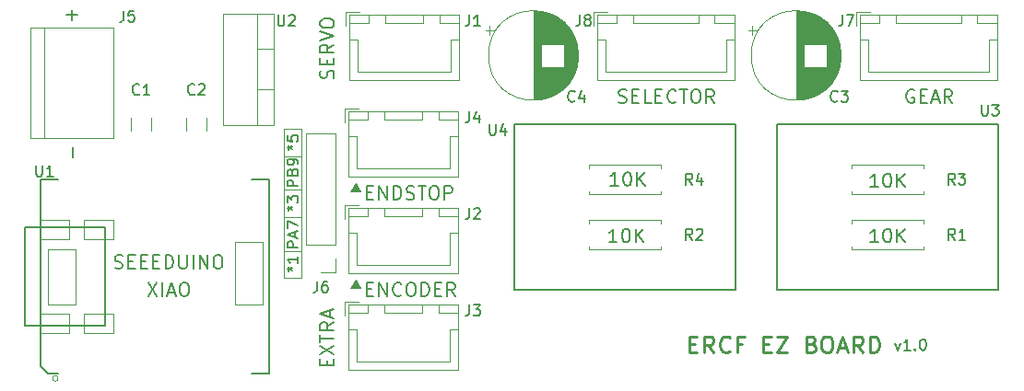
<source format=gto>
G04 #@! TF.GenerationSoftware,KiCad,Pcbnew,(5.1.9)-1*
G04 #@! TF.CreationDate,2021-05-31T21:29:52+02:00*
G04 #@! TF.ProjectId,ercf-ez-board,65726366-2d65-47a2-9d62-6f6172642e6b,rev?*
G04 #@! TF.SameCoordinates,Original*
G04 #@! TF.FileFunction,Legend,Top*
G04 #@! TF.FilePolarity,Positive*
%FSLAX46Y46*%
G04 Gerber Fmt 4.6, Leading zero omitted, Abs format (unit mm)*
G04 Created by KiCad (PCBNEW (5.1.9)-1) date 2021-05-31 21:29:52*
%MOMM*%
%LPD*%
G01*
G04 APERTURE LIST*
%ADD10C,0.200000*%
%ADD11C,0.120000*%
%ADD12C,0.150000*%
%ADD13C,0.100000*%
%ADD14C,0.250000*%
%ADD15C,0.127000*%
%ADD16C,0.066040*%
G04 APERTURE END LIST*
D10*
X81369285Y-122396190D02*
X81369285Y-121443809D01*
X80803809Y-109309285D02*
X81756190Y-109309285D01*
X81280000Y-109785476D02*
X81280000Y-108833095D01*
X131470904Y-125025476D02*
X130756619Y-125025476D01*
X131113761Y-125025476D02*
X131113761Y-123775476D01*
X130994714Y-123954047D01*
X130875666Y-124073095D01*
X130756619Y-124132619D01*
X132244714Y-123775476D02*
X132363761Y-123775476D01*
X132482809Y-123835000D01*
X132542333Y-123894523D01*
X132601857Y-124013571D01*
X132661380Y-124251666D01*
X132661380Y-124549285D01*
X132601857Y-124787380D01*
X132542333Y-124906428D01*
X132482809Y-124965952D01*
X132363761Y-125025476D01*
X132244714Y-125025476D01*
X132125666Y-124965952D01*
X132066142Y-124906428D01*
X132006619Y-124787380D01*
X131947095Y-124549285D01*
X131947095Y-124251666D01*
X132006619Y-124013571D01*
X132066142Y-123894523D01*
X132125666Y-123835000D01*
X132244714Y-123775476D01*
X133197095Y-125025476D02*
X133197095Y-123775476D01*
X133911380Y-125025476D02*
X133375666Y-124311190D01*
X133911380Y-123775476D02*
X133197095Y-124489761D01*
X131343904Y-130232476D02*
X130629619Y-130232476D01*
X130986761Y-130232476D02*
X130986761Y-128982476D01*
X130867714Y-129161047D01*
X130748666Y-129280095D01*
X130629619Y-129339619D01*
X132117714Y-128982476D02*
X132236761Y-128982476D01*
X132355809Y-129042000D01*
X132415333Y-129101523D01*
X132474857Y-129220571D01*
X132534380Y-129458666D01*
X132534380Y-129756285D01*
X132474857Y-129994380D01*
X132415333Y-130113428D01*
X132355809Y-130172952D01*
X132236761Y-130232476D01*
X132117714Y-130232476D01*
X131998666Y-130172952D01*
X131939142Y-130113428D01*
X131879619Y-129994380D01*
X131820095Y-129756285D01*
X131820095Y-129458666D01*
X131879619Y-129220571D01*
X131939142Y-129101523D01*
X131998666Y-129042000D01*
X132117714Y-128982476D01*
X133070095Y-130232476D02*
X133070095Y-128982476D01*
X133784380Y-130232476D02*
X133248666Y-129518190D01*
X133784380Y-128982476D02*
X133070095Y-129696761D01*
X155346904Y-130232476D02*
X154632619Y-130232476D01*
X154989761Y-130232476D02*
X154989761Y-128982476D01*
X154870714Y-129161047D01*
X154751666Y-129280095D01*
X154632619Y-129339619D01*
X156120714Y-128982476D02*
X156239761Y-128982476D01*
X156358809Y-129042000D01*
X156418333Y-129101523D01*
X156477857Y-129220571D01*
X156537380Y-129458666D01*
X156537380Y-129756285D01*
X156477857Y-129994380D01*
X156418333Y-130113428D01*
X156358809Y-130172952D01*
X156239761Y-130232476D01*
X156120714Y-130232476D01*
X156001666Y-130172952D01*
X155942142Y-130113428D01*
X155882619Y-129994380D01*
X155823095Y-129756285D01*
X155823095Y-129458666D01*
X155882619Y-129220571D01*
X155942142Y-129101523D01*
X156001666Y-129042000D01*
X156120714Y-128982476D01*
X157073095Y-130232476D02*
X157073095Y-128982476D01*
X157787380Y-130232476D02*
X157251666Y-129518190D01*
X157787380Y-128982476D02*
X157073095Y-129696761D01*
X155346904Y-125152476D02*
X154632619Y-125152476D01*
X154989761Y-125152476D02*
X154989761Y-123902476D01*
X154870714Y-124081047D01*
X154751666Y-124200095D01*
X154632619Y-124259619D01*
X156120714Y-123902476D02*
X156239761Y-123902476D01*
X156358809Y-123962000D01*
X156418333Y-124021523D01*
X156477857Y-124140571D01*
X156537380Y-124378666D01*
X156537380Y-124676285D01*
X156477857Y-124914380D01*
X156418333Y-125033428D01*
X156358809Y-125092952D01*
X156239761Y-125152476D01*
X156120714Y-125152476D01*
X156001666Y-125092952D01*
X155942142Y-125033428D01*
X155882619Y-124914380D01*
X155823095Y-124676285D01*
X155823095Y-124378666D01*
X155882619Y-124140571D01*
X155942142Y-124021523D01*
X156001666Y-123962000D01*
X156120714Y-123902476D01*
X157073095Y-125152476D02*
X157073095Y-123902476D01*
X157787380Y-125152476D02*
X157251666Y-124438190D01*
X157787380Y-123902476D02*
X157073095Y-124616761D01*
D11*
X102362000Y-122301000D02*
X100711000Y-122301000D01*
X102362000Y-131064000D02*
X100711000Y-131064000D01*
X102362000Y-125349000D02*
X100711000Y-125349000D01*
X102362000Y-133477000D02*
X102362000Y-119761000D01*
X102362000Y-127889000D02*
X100711000Y-127889000D01*
X100711000Y-133477000D02*
X102362000Y-133477000D01*
X100711000Y-119761000D02*
X100711000Y-133477000D01*
X102362000Y-119761000D02*
X100711000Y-119761000D01*
D12*
X102052380Y-130706666D02*
X101052380Y-130706666D01*
X101052380Y-130325714D01*
X101100000Y-130230476D01*
X101147619Y-130182857D01*
X101242857Y-130135238D01*
X101385714Y-130135238D01*
X101480952Y-130182857D01*
X101528571Y-130230476D01*
X101576190Y-130325714D01*
X101576190Y-130706666D01*
X101766666Y-129754285D02*
X101766666Y-129278095D01*
X102052380Y-129849523D02*
X101052380Y-129516190D01*
X102052380Y-129182857D01*
X101052380Y-128944761D02*
X101052380Y-128278095D01*
X102052380Y-128706666D01*
X101052380Y-132683190D02*
X101290476Y-132683190D01*
X101195238Y-132921285D02*
X101290476Y-132683190D01*
X101195238Y-132445095D01*
X101480952Y-132826047D02*
X101290476Y-132683190D01*
X101480952Y-132540333D01*
X102052380Y-131540333D02*
X102052380Y-132111761D01*
X102052380Y-131826047D02*
X101052380Y-131826047D01*
X101195238Y-131921285D01*
X101290476Y-132016523D01*
X101338095Y-132111761D01*
X101052380Y-127095190D02*
X101290476Y-127095190D01*
X101195238Y-127333285D02*
X101290476Y-127095190D01*
X101195238Y-126857095D01*
X101480952Y-127238047D02*
X101290476Y-127095190D01*
X101480952Y-126952333D01*
X101052380Y-126571380D02*
X101052380Y-125952333D01*
X101433333Y-126285666D01*
X101433333Y-126142809D01*
X101480952Y-126047571D01*
X101528571Y-125999952D01*
X101623809Y-125952333D01*
X101861904Y-125952333D01*
X101957142Y-125999952D01*
X102004761Y-126047571D01*
X102052380Y-126142809D01*
X102052380Y-126428523D01*
X102004761Y-126523761D01*
X101957142Y-126571380D01*
X102052380Y-125063095D02*
X101052380Y-125063095D01*
X101052380Y-124682142D01*
X101100000Y-124586904D01*
X101147619Y-124539285D01*
X101242857Y-124491666D01*
X101385714Y-124491666D01*
X101480952Y-124539285D01*
X101528571Y-124586904D01*
X101576190Y-124682142D01*
X101576190Y-125063095D01*
X101528571Y-123729761D02*
X101576190Y-123586904D01*
X101623809Y-123539285D01*
X101719047Y-123491666D01*
X101861904Y-123491666D01*
X101957142Y-123539285D01*
X102004761Y-123586904D01*
X102052380Y-123682142D01*
X102052380Y-124063095D01*
X101052380Y-124063095D01*
X101052380Y-123729761D01*
X101100000Y-123634523D01*
X101147619Y-123586904D01*
X101242857Y-123539285D01*
X101338095Y-123539285D01*
X101433333Y-123586904D01*
X101480952Y-123634523D01*
X101528571Y-123729761D01*
X101528571Y-124063095D01*
X102052380Y-123015476D02*
X102052380Y-122825000D01*
X102004761Y-122729761D01*
X101957142Y-122682142D01*
X101814285Y-122586904D01*
X101623809Y-122539285D01*
X101242857Y-122539285D01*
X101147619Y-122586904D01*
X101100000Y-122634523D01*
X101052380Y-122729761D01*
X101052380Y-122920238D01*
X101100000Y-123015476D01*
X101147619Y-123063095D01*
X101242857Y-123110714D01*
X101480952Y-123110714D01*
X101576190Y-123063095D01*
X101623809Y-123015476D01*
X101671428Y-122920238D01*
X101671428Y-122729761D01*
X101623809Y-122634523D01*
X101576190Y-122586904D01*
X101480952Y-122539285D01*
X101052380Y-121507190D02*
X101290476Y-121507190D01*
X101195238Y-121745285D02*
X101290476Y-121507190D01*
X101195238Y-121269095D01*
X101480952Y-121650047D02*
X101290476Y-121507190D01*
X101480952Y-121364333D01*
X101052380Y-120411952D02*
X101052380Y-120888142D01*
X101528571Y-120935761D01*
X101480952Y-120888142D01*
X101433333Y-120792904D01*
X101433333Y-120554809D01*
X101480952Y-120459571D01*
X101528571Y-120411952D01*
X101623809Y-120364333D01*
X101861904Y-120364333D01*
X101957142Y-120411952D01*
X102004761Y-120459571D01*
X102052380Y-120554809D01*
X102052380Y-120792904D01*
X102004761Y-120888142D01*
X101957142Y-120935761D01*
D10*
X88265238Y-133935476D02*
X89098571Y-135185476D01*
X89098571Y-133935476D02*
X88265238Y-135185476D01*
X89574761Y-135185476D02*
X89574761Y-133935476D01*
X90110476Y-134828333D02*
X90705714Y-134828333D01*
X89991428Y-135185476D02*
X90408095Y-133935476D01*
X90824761Y-135185476D01*
X91479523Y-133935476D02*
X91717619Y-133935476D01*
X91836666Y-133995000D01*
X91955714Y-134114047D01*
X92015238Y-134352142D01*
X92015238Y-134768809D01*
X91955714Y-135006904D01*
X91836666Y-135125952D01*
X91717619Y-135185476D01*
X91479523Y-135185476D01*
X91360476Y-135125952D01*
X91241428Y-135006904D01*
X91181904Y-134768809D01*
X91181904Y-134352142D01*
X91241428Y-134114047D01*
X91360476Y-133995000D01*
X91479523Y-133935476D01*
X85229523Y-132585952D02*
X85408095Y-132645476D01*
X85705714Y-132645476D01*
X85824761Y-132585952D01*
X85884285Y-132526428D01*
X85943809Y-132407380D01*
X85943809Y-132288333D01*
X85884285Y-132169285D01*
X85824761Y-132109761D01*
X85705714Y-132050238D01*
X85467619Y-131990714D01*
X85348571Y-131931190D01*
X85289047Y-131871666D01*
X85229523Y-131752619D01*
X85229523Y-131633571D01*
X85289047Y-131514523D01*
X85348571Y-131455000D01*
X85467619Y-131395476D01*
X85765238Y-131395476D01*
X85943809Y-131455000D01*
X86479523Y-131990714D02*
X86896190Y-131990714D01*
X87074761Y-132645476D02*
X86479523Y-132645476D01*
X86479523Y-131395476D01*
X87074761Y-131395476D01*
X87610476Y-131990714D02*
X88027142Y-131990714D01*
X88205714Y-132645476D02*
X87610476Y-132645476D01*
X87610476Y-131395476D01*
X88205714Y-131395476D01*
X88741428Y-131990714D02*
X89158095Y-131990714D01*
X89336666Y-132645476D02*
X88741428Y-132645476D01*
X88741428Y-131395476D01*
X89336666Y-131395476D01*
X89872380Y-132645476D02*
X89872380Y-131395476D01*
X90170000Y-131395476D01*
X90348571Y-131455000D01*
X90467619Y-131574047D01*
X90527142Y-131693095D01*
X90586666Y-131931190D01*
X90586666Y-132109761D01*
X90527142Y-132347857D01*
X90467619Y-132466904D01*
X90348571Y-132585952D01*
X90170000Y-132645476D01*
X89872380Y-132645476D01*
X91122380Y-131395476D02*
X91122380Y-132407380D01*
X91181904Y-132526428D01*
X91241428Y-132585952D01*
X91360476Y-132645476D01*
X91598571Y-132645476D01*
X91717619Y-132585952D01*
X91777142Y-132526428D01*
X91836666Y-132407380D01*
X91836666Y-131395476D01*
X92431904Y-132645476D02*
X92431904Y-131395476D01*
X93027142Y-132645476D02*
X93027142Y-131395476D01*
X93741428Y-132645476D01*
X93741428Y-131395476D01*
X94574761Y-131395476D02*
X94812857Y-131395476D01*
X94931904Y-131455000D01*
X95050952Y-131574047D01*
X95110476Y-131812142D01*
X95110476Y-132228809D01*
X95050952Y-132466904D01*
X94931904Y-132585952D01*
X94812857Y-132645476D01*
X94574761Y-132645476D01*
X94455714Y-132585952D01*
X94336666Y-132466904D01*
X94277142Y-132228809D01*
X94277142Y-131812142D01*
X94336666Y-131574047D01*
X94455714Y-131455000D01*
X94574761Y-131395476D01*
D13*
X106934047Y-134389761D02*
X106934047Y-134437380D01*
X106981666Y-134294523D02*
X106981666Y-134437380D01*
X107029285Y-134199285D02*
X107029285Y-134437380D01*
X107076904Y-134104047D02*
X107076904Y-134437380D01*
X107124523Y-134056428D02*
X107124523Y-134437380D01*
X107172142Y-133961190D02*
X107172142Y-134437380D01*
X107219761Y-133865952D02*
X107219761Y-134437380D01*
X107267380Y-133770714D02*
X107267380Y-134437380D01*
X107315000Y-133675476D02*
X107315000Y-134437380D01*
X107362619Y-133770714D02*
X107362619Y-134437380D01*
X107410238Y-133865952D02*
X107410238Y-134437380D01*
X107457857Y-133961190D02*
X107457857Y-134437380D01*
X107505476Y-134056428D02*
X107505476Y-134437380D01*
X107553095Y-134104047D02*
X107553095Y-134437380D01*
X107600714Y-134199285D02*
X107600714Y-134437380D01*
X107648333Y-134294523D02*
X107648333Y-134437380D01*
X107695952Y-134437380D02*
X107315000Y-133723095D01*
X106934047Y-134437380D01*
X107695952Y-134389761D02*
X107695952Y-134437380D01*
X107315000Y-133675476D02*
X107743571Y-134437380D01*
X106886428Y-134437380D01*
X107315000Y-133675476D01*
X106934047Y-125499761D02*
X106934047Y-125547380D01*
X106981666Y-125404523D02*
X106981666Y-125547380D01*
X107029285Y-125309285D02*
X107029285Y-125547380D01*
X107076904Y-125214047D02*
X107076904Y-125547380D01*
X107124523Y-125166428D02*
X107124523Y-125547380D01*
X107172142Y-125071190D02*
X107172142Y-125547380D01*
X107219761Y-124975952D02*
X107219761Y-125547380D01*
X107267380Y-124880714D02*
X107267380Y-125547380D01*
X107315000Y-124785476D02*
X107315000Y-125547380D01*
X107362619Y-124880714D02*
X107362619Y-125547380D01*
X107410238Y-124975952D02*
X107410238Y-125547380D01*
X107457857Y-125071190D02*
X107457857Y-125547380D01*
X107505476Y-125166428D02*
X107505476Y-125547380D01*
X107553095Y-125214047D02*
X107553095Y-125547380D01*
X107600714Y-125309285D02*
X107600714Y-125547380D01*
X107648333Y-125404523D02*
X107648333Y-125547380D01*
X107695952Y-125547380D02*
X107315000Y-124833095D01*
X106934047Y-125547380D01*
X107695952Y-125499761D02*
X107695952Y-125547380D01*
X107315000Y-124785476D02*
X107743571Y-125547380D01*
X106886428Y-125547380D01*
X107315000Y-124785476D01*
D10*
X104685714Y-141565000D02*
X104685714Y-141148333D01*
X105340476Y-140969761D02*
X105340476Y-141565000D01*
X104090476Y-141565000D01*
X104090476Y-140969761D01*
X104090476Y-140553095D02*
X105340476Y-139719761D01*
X104090476Y-139719761D02*
X105340476Y-140553095D01*
X104090476Y-139422142D02*
X104090476Y-138707857D01*
X105340476Y-139065000D02*
X104090476Y-139065000D01*
X105340476Y-137576904D02*
X104745238Y-137993571D01*
X105340476Y-138291190D02*
X104090476Y-138291190D01*
X104090476Y-137815000D01*
X104150000Y-137695952D01*
X104209523Y-137636428D01*
X104328571Y-137576904D01*
X104507142Y-137576904D01*
X104626190Y-137636428D01*
X104685714Y-137695952D01*
X104745238Y-137815000D01*
X104745238Y-138291190D01*
X104983333Y-137100714D02*
X104983333Y-136505476D01*
X105340476Y-137219761D02*
X104090476Y-136803095D01*
X105340476Y-136386428D01*
X108377619Y-134530714D02*
X108794285Y-134530714D01*
X108972857Y-135185476D02*
X108377619Y-135185476D01*
X108377619Y-133935476D01*
X108972857Y-133935476D01*
X109508571Y-135185476D02*
X109508571Y-133935476D01*
X110222857Y-135185476D01*
X110222857Y-133935476D01*
X111532380Y-135066428D02*
X111472857Y-135125952D01*
X111294285Y-135185476D01*
X111175238Y-135185476D01*
X110996666Y-135125952D01*
X110877619Y-135006904D01*
X110818095Y-134887857D01*
X110758571Y-134649761D01*
X110758571Y-134471190D01*
X110818095Y-134233095D01*
X110877619Y-134114047D01*
X110996666Y-133995000D01*
X111175238Y-133935476D01*
X111294285Y-133935476D01*
X111472857Y-133995000D01*
X111532380Y-134054523D01*
X112306190Y-133935476D02*
X112544285Y-133935476D01*
X112663333Y-133995000D01*
X112782380Y-134114047D01*
X112841904Y-134352142D01*
X112841904Y-134768809D01*
X112782380Y-135006904D01*
X112663333Y-135125952D01*
X112544285Y-135185476D01*
X112306190Y-135185476D01*
X112187142Y-135125952D01*
X112068095Y-135006904D01*
X112008571Y-134768809D01*
X112008571Y-134352142D01*
X112068095Y-134114047D01*
X112187142Y-133995000D01*
X112306190Y-133935476D01*
X113377619Y-135185476D02*
X113377619Y-133935476D01*
X113675238Y-133935476D01*
X113853809Y-133995000D01*
X113972857Y-134114047D01*
X114032380Y-134233095D01*
X114091904Y-134471190D01*
X114091904Y-134649761D01*
X114032380Y-134887857D01*
X113972857Y-135006904D01*
X113853809Y-135125952D01*
X113675238Y-135185476D01*
X113377619Y-135185476D01*
X114627619Y-134530714D02*
X115044285Y-134530714D01*
X115222857Y-135185476D02*
X114627619Y-135185476D01*
X114627619Y-133935476D01*
X115222857Y-133935476D01*
X116472857Y-135185476D02*
X116056190Y-134590238D01*
X115758571Y-135185476D02*
X115758571Y-133935476D01*
X116234761Y-133935476D01*
X116353809Y-133995000D01*
X116413333Y-134054523D01*
X116472857Y-134173571D01*
X116472857Y-134352142D01*
X116413333Y-134471190D01*
X116353809Y-134530714D01*
X116234761Y-134590238D01*
X115758571Y-134590238D01*
X108377619Y-125640714D02*
X108794285Y-125640714D01*
X108972857Y-126295476D02*
X108377619Y-126295476D01*
X108377619Y-125045476D01*
X108972857Y-125045476D01*
X109508571Y-126295476D02*
X109508571Y-125045476D01*
X110222857Y-126295476D01*
X110222857Y-125045476D01*
X110818095Y-126295476D02*
X110818095Y-125045476D01*
X111115714Y-125045476D01*
X111294285Y-125105000D01*
X111413333Y-125224047D01*
X111472857Y-125343095D01*
X111532380Y-125581190D01*
X111532380Y-125759761D01*
X111472857Y-125997857D01*
X111413333Y-126116904D01*
X111294285Y-126235952D01*
X111115714Y-126295476D01*
X110818095Y-126295476D01*
X112008571Y-126235952D02*
X112187142Y-126295476D01*
X112484761Y-126295476D01*
X112603809Y-126235952D01*
X112663333Y-126176428D01*
X112722857Y-126057380D01*
X112722857Y-125938333D01*
X112663333Y-125819285D01*
X112603809Y-125759761D01*
X112484761Y-125700238D01*
X112246666Y-125640714D01*
X112127619Y-125581190D01*
X112068095Y-125521666D01*
X112008571Y-125402619D01*
X112008571Y-125283571D01*
X112068095Y-125164523D01*
X112127619Y-125105000D01*
X112246666Y-125045476D01*
X112544285Y-125045476D01*
X112722857Y-125105000D01*
X113080000Y-125045476D02*
X113794285Y-125045476D01*
X113437142Y-126295476D02*
X113437142Y-125045476D01*
X114449047Y-125045476D02*
X114687142Y-125045476D01*
X114806190Y-125105000D01*
X114925238Y-125224047D01*
X114984761Y-125462142D01*
X114984761Y-125878809D01*
X114925238Y-126116904D01*
X114806190Y-126235952D01*
X114687142Y-126295476D01*
X114449047Y-126295476D01*
X114330000Y-126235952D01*
X114210952Y-126116904D01*
X114151428Y-125878809D01*
X114151428Y-125462142D01*
X114210952Y-125224047D01*
X114330000Y-125105000D01*
X114449047Y-125045476D01*
X115520476Y-126295476D02*
X115520476Y-125045476D01*
X115996666Y-125045476D01*
X116115714Y-125105000D01*
X116175238Y-125164523D01*
X116234761Y-125283571D01*
X116234761Y-125462142D01*
X116175238Y-125581190D01*
X116115714Y-125640714D01*
X115996666Y-125700238D01*
X115520476Y-125700238D01*
X105280952Y-115133095D02*
X105340476Y-114954523D01*
X105340476Y-114656904D01*
X105280952Y-114537857D01*
X105221428Y-114478333D01*
X105102380Y-114418809D01*
X104983333Y-114418809D01*
X104864285Y-114478333D01*
X104804761Y-114537857D01*
X104745238Y-114656904D01*
X104685714Y-114895000D01*
X104626190Y-115014047D01*
X104566666Y-115073571D01*
X104447619Y-115133095D01*
X104328571Y-115133095D01*
X104209523Y-115073571D01*
X104150000Y-115014047D01*
X104090476Y-114895000D01*
X104090476Y-114597380D01*
X104150000Y-114418809D01*
X104685714Y-113883095D02*
X104685714Y-113466428D01*
X105340476Y-113287857D02*
X105340476Y-113883095D01*
X104090476Y-113883095D01*
X104090476Y-113287857D01*
X105340476Y-112037857D02*
X104745238Y-112454523D01*
X105340476Y-112752142D02*
X104090476Y-112752142D01*
X104090476Y-112275952D01*
X104150000Y-112156904D01*
X104209523Y-112097380D01*
X104328571Y-112037857D01*
X104507142Y-112037857D01*
X104626190Y-112097380D01*
X104685714Y-112156904D01*
X104745238Y-112275952D01*
X104745238Y-112752142D01*
X104090476Y-111680714D02*
X105340476Y-111264047D01*
X104090476Y-110847380D01*
X104090476Y-110192619D02*
X104090476Y-109954523D01*
X104150000Y-109835476D01*
X104269047Y-109716428D01*
X104507142Y-109656904D01*
X104923809Y-109656904D01*
X105161904Y-109716428D01*
X105280952Y-109835476D01*
X105340476Y-109954523D01*
X105340476Y-110192619D01*
X105280952Y-110311666D01*
X105161904Y-110430714D01*
X104923809Y-110490238D01*
X104507142Y-110490238D01*
X104269047Y-110430714D01*
X104150000Y-110311666D01*
X104090476Y-110192619D01*
X131515000Y-117345952D02*
X131693571Y-117405476D01*
X131991190Y-117405476D01*
X132110238Y-117345952D01*
X132169761Y-117286428D01*
X132229285Y-117167380D01*
X132229285Y-117048333D01*
X132169761Y-116929285D01*
X132110238Y-116869761D01*
X131991190Y-116810238D01*
X131753095Y-116750714D01*
X131634047Y-116691190D01*
X131574523Y-116631666D01*
X131515000Y-116512619D01*
X131515000Y-116393571D01*
X131574523Y-116274523D01*
X131634047Y-116215000D01*
X131753095Y-116155476D01*
X132050714Y-116155476D01*
X132229285Y-116215000D01*
X132765000Y-116750714D02*
X133181666Y-116750714D01*
X133360238Y-117405476D02*
X132765000Y-117405476D01*
X132765000Y-116155476D01*
X133360238Y-116155476D01*
X134491190Y-117405476D02*
X133895952Y-117405476D01*
X133895952Y-116155476D01*
X134907857Y-116750714D02*
X135324523Y-116750714D01*
X135503095Y-117405476D02*
X134907857Y-117405476D01*
X134907857Y-116155476D01*
X135503095Y-116155476D01*
X136753095Y-117286428D02*
X136693571Y-117345952D01*
X136515000Y-117405476D01*
X136395952Y-117405476D01*
X136217380Y-117345952D01*
X136098333Y-117226904D01*
X136038809Y-117107857D01*
X135979285Y-116869761D01*
X135979285Y-116691190D01*
X136038809Y-116453095D01*
X136098333Y-116334047D01*
X136217380Y-116215000D01*
X136395952Y-116155476D01*
X136515000Y-116155476D01*
X136693571Y-116215000D01*
X136753095Y-116274523D01*
X137110238Y-116155476D02*
X137824523Y-116155476D01*
X137467380Y-117405476D02*
X137467380Y-116155476D01*
X138479285Y-116155476D02*
X138717380Y-116155476D01*
X138836428Y-116215000D01*
X138955476Y-116334047D01*
X139015000Y-116572142D01*
X139015000Y-116988809D01*
X138955476Y-117226904D01*
X138836428Y-117345952D01*
X138717380Y-117405476D01*
X138479285Y-117405476D01*
X138360238Y-117345952D01*
X138241190Y-117226904D01*
X138181666Y-116988809D01*
X138181666Y-116572142D01*
X138241190Y-116334047D01*
X138360238Y-116215000D01*
X138479285Y-116155476D01*
X140265000Y-117405476D02*
X139848333Y-116810238D01*
X139550714Y-117405476D02*
X139550714Y-116155476D01*
X140026904Y-116155476D01*
X140145952Y-116215000D01*
X140205476Y-116274523D01*
X140265000Y-116393571D01*
X140265000Y-116572142D01*
X140205476Y-116691190D01*
X140145952Y-116750714D01*
X140026904Y-116810238D01*
X139550714Y-116810238D01*
X158621190Y-116215000D02*
X158502142Y-116155476D01*
X158323571Y-116155476D01*
X158145000Y-116215000D01*
X158025952Y-116334047D01*
X157966428Y-116453095D01*
X157906904Y-116691190D01*
X157906904Y-116869761D01*
X157966428Y-117107857D01*
X158025952Y-117226904D01*
X158145000Y-117345952D01*
X158323571Y-117405476D01*
X158442619Y-117405476D01*
X158621190Y-117345952D01*
X158680714Y-117286428D01*
X158680714Y-116869761D01*
X158442619Y-116869761D01*
X159216428Y-116750714D02*
X159633095Y-116750714D01*
X159811666Y-117405476D02*
X159216428Y-117405476D01*
X159216428Y-116155476D01*
X159811666Y-116155476D01*
X160287857Y-117048333D02*
X160883095Y-117048333D01*
X160168809Y-117405476D02*
X160585476Y-116155476D01*
X161002142Y-117405476D01*
X162133095Y-117405476D02*
X161716428Y-116810238D01*
X161418809Y-117405476D02*
X161418809Y-116155476D01*
X161895000Y-116155476D01*
X162014047Y-116215000D01*
X162073571Y-116274523D01*
X162133095Y-116393571D01*
X162133095Y-116572142D01*
X162073571Y-116691190D01*
X162014047Y-116750714D01*
X161895000Y-116810238D01*
X161418809Y-116810238D01*
D12*
X156922500Y-139485714D02*
X157160595Y-140152380D01*
X157398690Y-139485714D01*
X158303452Y-140152380D02*
X157732023Y-140152380D01*
X158017738Y-140152380D02*
X158017738Y-139152380D01*
X157922500Y-139295238D01*
X157827261Y-139390476D01*
X157732023Y-139438095D01*
X158732023Y-140057142D02*
X158779642Y-140104761D01*
X158732023Y-140152380D01*
X158684404Y-140104761D01*
X158732023Y-140057142D01*
X158732023Y-140152380D01*
X159398690Y-139152380D02*
X159493928Y-139152380D01*
X159589166Y-139200000D01*
X159636785Y-139247619D01*
X159684404Y-139342857D01*
X159732023Y-139533333D01*
X159732023Y-139771428D01*
X159684404Y-139961904D01*
X159636785Y-140057142D01*
X159589166Y-140104761D01*
X159493928Y-140152380D01*
X159398690Y-140152380D01*
X159303452Y-140104761D01*
X159255833Y-140057142D01*
X159208214Y-139961904D01*
X159160595Y-139771428D01*
X159160595Y-139533333D01*
X159208214Y-139342857D01*
X159255833Y-139247619D01*
X159303452Y-139200000D01*
X159398690Y-139152380D01*
D14*
X138006428Y-139592857D02*
X138506428Y-139592857D01*
X138720714Y-140378571D02*
X138006428Y-140378571D01*
X138006428Y-138878571D01*
X138720714Y-138878571D01*
X140220714Y-140378571D02*
X139720714Y-139664285D01*
X139363571Y-140378571D02*
X139363571Y-138878571D01*
X139935000Y-138878571D01*
X140077857Y-138950000D01*
X140149285Y-139021428D01*
X140220714Y-139164285D01*
X140220714Y-139378571D01*
X140149285Y-139521428D01*
X140077857Y-139592857D01*
X139935000Y-139664285D01*
X139363571Y-139664285D01*
X141720714Y-140235714D02*
X141649285Y-140307142D01*
X141435000Y-140378571D01*
X141292142Y-140378571D01*
X141077857Y-140307142D01*
X140935000Y-140164285D01*
X140863571Y-140021428D01*
X140792142Y-139735714D01*
X140792142Y-139521428D01*
X140863571Y-139235714D01*
X140935000Y-139092857D01*
X141077857Y-138950000D01*
X141292142Y-138878571D01*
X141435000Y-138878571D01*
X141649285Y-138950000D01*
X141720714Y-139021428D01*
X142863571Y-139592857D02*
X142363571Y-139592857D01*
X142363571Y-140378571D02*
X142363571Y-138878571D01*
X143077857Y-138878571D01*
X144792142Y-139592857D02*
X145292142Y-139592857D01*
X145506428Y-140378571D02*
X144792142Y-140378571D01*
X144792142Y-138878571D01*
X145506428Y-138878571D01*
X146006428Y-138878571D02*
X147006428Y-138878571D01*
X146006428Y-140378571D01*
X147006428Y-140378571D01*
X149220714Y-139592857D02*
X149435000Y-139664285D01*
X149506428Y-139735714D01*
X149577857Y-139878571D01*
X149577857Y-140092857D01*
X149506428Y-140235714D01*
X149435000Y-140307142D01*
X149292142Y-140378571D01*
X148720714Y-140378571D01*
X148720714Y-138878571D01*
X149220714Y-138878571D01*
X149363571Y-138950000D01*
X149435000Y-139021428D01*
X149506428Y-139164285D01*
X149506428Y-139307142D01*
X149435000Y-139450000D01*
X149363571Y-139521428D01*
X149220714Y-139592857D01*
X148720714Y-139592857D01*
X150506428Y-138878571D02*
X150792142Y-138878571D01*
X150935000Y-138950000D01*
X151077857Y-139092857D01*
X151149285Y-139378571D01*
X151149285Y-139878571D01*
X151077857Y-140164285D01*
X150935000Y-140307142D01*
X150792142Y-140378571D01*
X150506428Y-140378571D01*
X150363571Y-140307142D01*
X150220714Y-140164285D01*
X150149285Y-139878571D01*
X150149285Y-139378571D01*
X150220714Y-139092857D01*
X150363571Y-138950000D01*
X150506428Y-138878571D01*
X151720714Y-139950000D02*
X152435000Y-139950000D01*
X151577857Y-140378571D02*
X152077857Y-138878571D01*
X152577857Y-140378571D01*
X153935000Y-140378571D02*
X153435000Y-139664285D01*
X153077857Y-140378571D02*
X153077857Y-138878571D01*
X153649285Y-138878571D01*
X153792142Y-138950000D01*
X153863571Y-139021428D01*
X153935000Y-139164285D01*
X153935000Y-139378571D01*
X153863571Y-139521428D01*
X153792142Y-139592857D01*
X153649285Y-139664285D01*
X153077857Y-139664285D01*
X154577857Y-140378571D02*
X154577857Y-138878571D01*
X154935000Y-138878571D01*
X155149285Y-138950000D01*
X155292142Y-139092857D01*
X155363571Y-139235714D01*
X155435000Y-139521428D01*
X155435000Y-139735714D01*
X155363571Y-140021428D01*
X155292142Y-140164285D01*
X155149285Y-140307142D01*
X154935000Y-140378571D01*
X154577857Y-140378571D01*
D15*
X79070200Y-142265400D02*
X80010000Y-142265400D01*
X99397820Y-142265400D02*
X97790000Y-142265400D01*
X99397820Y-124467620D02*
X97790000Y-124467620D01*
X78399640Y-124467620D02*
X80010000Y-124467620D01*
D16*
X81617820Y-135915400D02*
X81617820Y-130835400D01*
X81617820Y-130835400D02*
X79077820Y-130835400D01*
X79077820Y-135915400D02*
X79077820Y-130835400D01*
X81617820Y-135915400D02*
X79077820Y-135915400D01*
X98762820Y-135915400D02*
X98762820Y-130200400D01*
X98762820Y-130200400D02*
X96222820Y-130200400D01*
X96222820Y-135915400D02*
X96222820Y-130200400D01*
X98762820Y-135915400D02*
X96222820Y-135915400D01*
X80982820Y-138582400D02*
X80982820Y-136804400D01*
X80982820Y-136804400D02*
X78315820Y-136804400D01*
X78315820Y-138582400D02*
X78315820Y-136804400D01*
X80982820Y-138582400D02*
X78315820Y-138582400D01*
X85049360Y-138582400D02*
X85049360Y-136804400D01*
X85049360Y-136804400D02*
X82379820Y-136804400D01*
X82379820Y-138582400D02*
X82379820Y-136804400D01*
X85049360Y-138582400D02*
X82379820Y-138582400D01*
X85049360Y-129946400D02*
X85049360Y-128168400D01*
X85049360Y-128168400D02*
X82379820Y-128168400D01*
X82379820Y-129946400D02*
X82379820Y-128168400D01*
X85049360Y-129946400D02*
X82379820Y-129946400D01*
X80982820Y-129946400D02*
X80982820Y-128168400D01*
X80982820Y-128168400D02*
X78315820Y-128168400D01*
X78315820Y-129946400D02*
X78315820Y-128168400D01*
X80982820Y-129946400D02*
X78315820Y-129946400D01*
D15*
X99397820Y-142265400D02*
X99397820Y-124467620D01*
X78399640Y-124467620D02*
X78399640Y-141594840D01*
X78399640Y-141594840D02*
X79070200Y-142265400D01*
X76974700Y-137866120D02*
X76974700Y-128871980D01*
X76974700Y-128871980D02*
X84328000Y-128871980D01*
X84328000Y-128871980D02*
X84328000Y-137871200D01*
X84328000Y-137871200D02*
X76974700Y-137871200D01*
D13*
X80010000Y-142748000D02*
G75*
G03*
X80010000Y-142748000I-254000J0D01*
G01*
D11*
X105470000Y-133029000D02*
X104140000Y-133029000D01*
X105470000Y-131699000D02*
X105470000Y-133029000D01*
X105470000Y-130429000D02*
X102810000Y-130429000D01*
X102810000Y-130429000D02*
X102810000Y-120209000D01*
X105470000Y-130429000D02*
X105470000Y-120209000D01*
X105470000Y-120209000D02*
X102810000Y-120209000D01*
X78740000Y-120650000D02*
X78740000Y-110490000D01*
X77470000Y-120650000D02*
X85090000Y-120650000D01*
X85090000Y-120650000D02*
X85090000Y-110490000D01*
X85090000Y-110490000D02*
X77470000Y-110490000D01*
X77470000Y-110490000D02*
X77470000Y-120650000D01*
D15*
X121920000Y-119380000D02*
X121920000Y-134620000D01*
X121920000Y-134620000D02*
X142240000Y-134620000D01*
X142240000Y-134620000D02*
X142240000Y-119380000D01*
X142240000Y-119380000D02*
X121920000Y-119380000D01*
X146050000Y-119380000D02*
X146050000Y-134620000D01*
X146050000Y-134620000D02*
X166370000Y-134620000D01*
X166370000Y-134620000D02*
X166370000Y-119380000D01*
X166370000Y-119380000D02*
X146050000Y-119380000D01*
D11*
X106370000Y-126790000D02*
X106370000Y-128040000D01*
X107620000Y-126790000D02*
X106370000Y-126790000D01*
X116020000Y-132290000D02*
X111720000Y-132290000D01*
X116020000Y-129340000D02*
X116020000Y-132290000D01*
X116770000Y-129340000D02*
X116020000Y-129340000D01*
X107420000Y-132290000D02*
X111720000Y-132290000D01*
X107420000Y-129340000D02*
X107420000Y-132290000D01*
X106670000Y-129340000D02*
X107420000Y-129340000D01*
X116770000Y-127090000D02*
X114970000Y-127090000D01*
X116770000Y-127840000D02*
X116770000Y-127090000D01*
X114970000Y-127840000D02*
X116770000Y-127840000D01*
X114970000Y-127090000D02*
X114970000Y-127840000D01*
X108470000Y-127090000D02*
X106670000Y-127090000D01*
X108470000Y-127840000D02*
X108470000Y-127090000D01*
X106670000Y-127840000D02*
X108470000Y-127840000D01*
X106670000Y-127090000D02*
X106670000Y-127840000D01*
X113470000Y-127090000D02*
X109970000Y-127090000D01*
X113470000Y-127840000D02*
X113470000Y-127090000D01*
X109970000Y-127840000D02*
X113470000Y-127840000D01*
X109970000Y-127090000D02*
X109970000Y-127840000D01*
X116780000Y-127080000D02*
X106660000Y-127080000D01*
X116780000Y-133050000D02*
X116780000Y-127080000D01*
X106660000Y-133050000D02*
X116780000Y-133050000D01*
X106660000Y-127080000D02*
X106660000Y-133050000D01*
X91790000Y-118731000D02*
X91790000Y-119989000D01*
X93630000Y-118731000D02*
X93630000Y-119989000D01*
X99790000Y-116151000D02*
X98280000Y-116151000D01*
X99790000Y-112450000D02*
X98280000Y-112450000D01*
X98280000Y-109180000D02*
X98280000Y-119420000D01*
X99790000Y-119420000D02*
X95149000Y-119420000D01*
X99790000Y-109180000D02*
X95149000Y-109180000D01*
X95149000Y-109180000D02*
X95149000Y-119420000D01*
X99790000Y-109180000D02*
X99790000Y-119420000D01*
X135350000Y-125830000D02*
X135350000Y-125500000D01*
X128810000Y-125830000D02*
X135350000Y-125830000D01*
X128810000Y-125500000D02*
X128810000Y-125830000D01*
X135350000Y-123090000D02*
X135350000Y-123420000D01*
X128810000Y-123090000D02*
X135350000Y-123090000D01*
X128810000Y-123420000D02*
X128810000Y-123090000D01*
X159480000Y-125830000D02*
X159480000Y-125500000D01*
X152940000Y-125830000D02*
X159480000Y-125830000D01*
X152940000Y-125500000D02*
X152940000Y-125830000D01*
X159480000Y-123090000D02*
X159480000Y-123420000D01*
X152940000Y-123090000D02*
X159480000Y-123090000D01*
X152940000Y-123420000D02*
X152940000Y-123090000D01*
X128810000Y-128170000D02*
X128810000Y-128500000D01*
X135350000Y-128170000D02*
X128810000Y-128170000D01*
X135350000Y-128500000D02*
X135350000Y-128170000D01*
X128810000Y-130910000D02*
X128810000Y-130580000D01*
X135350000Y-130910000D02*
X128810000Y-130910000D01*
X135350000Y-130580000D02*
X135350000Y-130910000D01*
X152940000Y-128170000D02*
X152940000Y-128500000D01*
X159480000Y-128170000D02*
X152940000Y-128170000D01*
X159480000Y-128500000D02*
X159480000Y-128170000D01*
X152940000Y-130910000D02*
X152940000Y-130580000D01*
X159480000Y-130910000D02*
X152940000Y-130910000D01*
X159480000Y-130580000D02*
X159480000Y-130910000D01*
X129520000Y-109300000D02*
X129520000Y-115270000D01*
X129520000Y-115270000D02*
X142140000Y-115270000D01*
X142140000Y-115270000D02*
X142140000Y-109300000D01*
X142140000Y-109300000D02*
X129520000Y-109300000D01*
X132830000Y-109310000D02*
X132830000Y-110060000D01*
X132830000Y-110060000D02*
X138830000Y-110060000D01*
X138830000Y-110060000D02*
X138830000Y-109310000D01*
X138830000Y-109310000D02*
X132830000Y-109310000D01*
X129530000Y-109310000D02*
X129530000Y-110060000D01*
X129530000Y-110060000D02*
X131330000Y-110060000D01*
X131330000Y-110060000D02*
X131330000Y-109310000D01*
X131330000Y-109310000D02*
X129530000Y-109310000D01*
X140330000Y-109310000D02*
X140330000Y-110060000D01*
X140330000Y-110060000D02*
X142130000Y-110060000D01*
X142130000Y-110060000D02*
X142130000Y-109310000D01*
X142130000Y-109310000D02*
X140330000Y-109310000D01*
X129530000Y-111560000D02*
X130280000Y-111560000D01*
X130280000Y-111560000D02*
X130280000Y-114510000D01*
X130280000Y-114510000D02*
X135830000Y-114510000D01*
X142130000Y-111560000D02*
X141380000Y-111560000D01*
X141380000Y-111560000D02*
X141380000Y-114510000D01*
X141380000Y-114510000D02*
X135830000Y-114510000D01*
X130480000Y-109010000D02*
X129230000Y-109010000D01*
X129230000Y-109010000D02*
X129230000Y-110260000D01*
X153360000Y-109010000D02*
X153360000Y-110260000D01*
X154610000Y-109010000D02*
X153360000Y-109010000D01*
X165510000Y-114510000D02*
X159960000Y-114510000D01*
X165510000Y-111560000D02*
X165510000Y-114510000D01*
X166260000Y-111560000D02*
X165510000Y-111560000D01*
X154410000Y-114510000D02*
X159960000Y-114510000D01*
X154410000Y-111560000D02*
X154410000Y-114510000D01*
X153660000Y-111560000D02*
X154410000Y-111560000D01*
X166260000Y-109310000D02*
X164460000Y-109310000D01*
X166260000Y-110060000D02*
X166260000Y-109310000D01*
X164460000Y-110060000D02*
X166260000Y-110060000D01*
X164460000Y-109310000D02*
X164460000Y-110060000D01*
X155460000Y-109310000D02*
X153660000Y-109310000D01*
X155460000Y-110060000D02*
X155460000Y-109310000D01*
X153660000Y-110060000D02*
X155460000Y-110060000D01*
X153660000Y-109310000D02*
X153660000Y-110060000D01*
X162960000Y-109310000D02*
X156960000Y-109310000D01*
X162960000Y-110060000D02*
X162960000Y-109310000D01*
X156960000Y-110060000D02*
X162960000Y-110060000D01*
X156960000Y-109310000D02*
X156960000Y-110060000D01*
X166270000Y-109300000D02*
X153650000Y-109300000D01*
X166270000Y-115270000D02*
X166270000Y-109300000D01*
X153650000Y-115270000D02*
X166270000Y-115270000D01*
X153650000Y-109300000D02*
X153650000Y-115270000D01*
X106370000Y-117900000D02*
X106370000Y-119150000D01*
X107620000Y-117900000D02*
X106370000Y-117900000D01*
X116020000Y-123400000D02*
X111720000Y-123400000D01*
X116020000Y-120450000D02*
X116020000Y-123400000D01*
X116770000Y-120450000D02*
X116020000Y-120450000D01*
X107420000Y-123400000D02*
X111720000Y-123400000D01*
X107420000Y-120450000D02*
X107420000Y-123400000D01*
X106670000Y-120450000D02*
X107420000Y-120450000D01*
X116770000Y-118200000D02*
X114970000Y-118200000D01*
X116770000Y-118950000D02*
X116770000Y-118200000D01*
X114970000Y-118950000D02*
X116770000Y-118950000D01*
X114970000Y-118200000D02*
X114970000Y-118950000D01*
X108470000Y-118200000D02*
X106670000Y-118200000D01*
X108470000Y-118950000D02*
X108470000Y-118200000D01*
X106670000Y-118950000D02*
X108470000Y-118950000D01*
X106670000Y-118200000D02*
X106670000Y-118950000D01*
X113470000Y-118200000D02*
X109970000Y-118200000D01*
X113470000Y-118950000D02*
X113470000Y-118200000D01*
X109970000Y-118950000D02*
X113470000Y-118950000D01*
X109970000Y-118200000D02*
X109970000Y-118950000D01*
X116780000Y-118190000D02*
X106660000Y-118190000D01*
X116780000Y-124160000D02*
X116780000Y-118190000D01*
X106660000Y-124160000D02*
X116780000Y-124160000D01*
X106660000Y-118190000D02*
X106660000Y-124160000D01*
X106370000Y-135680000D02*
X106370000Y-136930000D01*
X107620000Y-135680000D02*
X106370000Y-135680000D01*
X116020000Y-141180000D02*
X111720000Y-141180000D01*
X116020000Y-138230000D02*
X116020000Y-141180000D01*
X116770000Y-138230000D02*
X116020000Y-138230000D01*
X107420000Y-141180000D02*
X111720000Y-141180000D01*
X107420000Y-138230000D02*
X107420000Y-141180000D01*
X106670000Y-138230000D02*
X107420000Y-138230000D01*
X116770000Y-135980000D02*
X114970000Y-135980000D01*
X116770000Y-136730000D02*
X116770000Y-135980000D01*
X114970000Y-136730000D02*
X116770000Y-136730000D01*
X114970000Y-135980000D02*
X114970000Y-136730000D01*
X108470000Y-135980000D02*
X106670000Y-135980000D01*
X108470000Y-136730000D02*
X108470000Y-135980000D01*
X106670000Y-136730000D02*
X108470000Y-136730000D01*
X106670000Y-135980000D02*
X106670000Y-136730000D01*
X113470000Y-135980000D02*
X109970000Y-135980000D01*
X113470000Y-136730000D02*
X113470000Y-135980000D01*
X109970000Y-136730000D02*
X113470000Y-136730000D01*
X109970000Y-135980000D02*
X109970000Y-136730000D01*
X116780000Y-135970000D02*
X106660000Y-135970000D01*
X116780000Y-141940000D02*
X116780000Y-135970000D01*
X106660000Y-141940000D02*
X116780000Y-141940000D01*
X106660000Y-135970000D02*
X106660000Y-141940000D01*
X106450000Y-109010000D02*
X106450000Y-110260000D01*
X107700000Y-109010000D02*
X106450000Y-109010000D01*
X116100000Y-114510000D02*
X111800000Y-114510000D01*
X116100000Y-111560000D02*
X116100000Y-114510000D01*
X116850000Y-111560000D02*
X116100000Y-111560000D01*
X107500000Y-114510000D02*
X111800000Y-114510000D01*
X107500000Y-111560000D02*
X107500000Y-114510000D01*
X106750000Y-111560000D02*
X107500000Y-111560000D01*
X116850000Y-109310000D02*
X115050000Y-109310000D01*
X116850000Y-110060000D02*
X116850000Y-109310000D01*
X115050000Y-110060000D02*
X116850000Y-110060000D01*
X115050000Y-109310000D02*
X115050000Y-110060000D01*
X108550000Y-109310000D02*
X106750000Y-109310000D01*
X108550000Y-110060000D02*
X108550000Y-109310000D01*
X106750000Y-110060000D02*
X108550000Y-110060000D01*
X106750000Y-109310000D02*
X106750000Y-110060000D01*
X113550000Y-109310000D02*
X110050000Y-109310000D01*
X113550000Y-110060000D02*
X113550000Y-109310000D01*
X110050000Y-110060000D02*
X113550000Y-110060000D01*
X110050000Y-109310000D02*
X110050000Y-110060000D01*
X116860000Y-109300000D02*
X106740000Y-109300000D01*
X116860000Y-115270000D02*
X116860000Y-109300000D01*
X106740000Y-115270000D02*
X116860000Y-115270000D01*
X106740000Y-109300000D02*
X106740000Y-115270000D01*
X119660302Y-110315000D02*
X119660302Y-111115000D01*
X119260302Y-110715000D02*
X120060302Y-110715000D01*
X127751000Y-112497000D02*
X127751000Y-113563000D01*
X127711000Y-112262000D02*
X127711000Y-113798000D01*
X127671000Y-112082000D02*
X127671000Y-113978000D01*
X127631000Y-111932000D02*
X127631000Y-114128000D01*
X127591000Y-111801000D02*
X127591000Y-114259000D01*
X127551000Y-111684000D02*
X127551000Y-114376000D01*
X127511000Y-111577000D02*
X127511000Y-114483000D01*
X127471000Y-111478000D02*
X127471000Y-114582000D01*
X127431000Y-111385000D02*
X127431000Y-114675000D01*
X127391000Y-111299000D02*
X127391000Y-114761000D01*
X127351000Y-111217000D02*
X127351000Y-114843000D01*
X127311000Y-111140000D02*
X127311000Y-114920000D01*
X127271000Y-111066000D02*
X127271000Y-114994000D01*
X127231000Y-110996000D02*
X127231000Y-115064000D01*
X127191000Y-110928000D02*
X127191000Y-115132000D01*
X127151000Y-110864000D02*
X127151000Y-115196000D01*
X127111000Y-110802000D02*
X127111000Y-115258000D01*
X127071000Y-110743000D02*
X127071000Y-115317000D01*
X127031000Y-110685000D02*
X127031000Y-115375000D01*
X126991000Y-110630000D02*
X126991000Y-115430000D01*
X126951000Y-110576000D02*
X126951000Y-115484000D01*
X126911000Y-110525000D02*
X126911000Y-115535000D01*
X126871000Y-110474000D02*
X126871000Y-115586000D01*
X126831000Y-110426000D02*
X126831000Y-115634000D01*
X126791000Y-110379000D02*
X126791000Y-115681000D01*
X126751000Y-110333000D02*
X126751000Y-115727000D01*
X126711000Y-110289000D02*
X126711000Y-115771000D01*
X126671000Y-110246000D02*
X126671000Y-115814000D01*
X126631000Y-110204000D02*
X126631000Y-115856000D01*
X126591000Y-110163000D02*
X126591000Y-115897000D01*
X126551000Y-110123000D02*
X126551000Y-115937000D01*
X126511000Y-110085000D02*
X126511000Y-115975000D01*
X126471000Y-110047000D02*
X126471000Y-116013000D01*
X126431000Y-114070000D02*
X126431000Y-116049000D01*
X126431000Y-110011000D02*
X126431000Y-111990000D01*
X126391000Y-114070000D02*
X126391000Y-116085000D01*
X126391000Y-109975000D02*
X126391000Y-111990000D01*
X126351000Y-114070000D02*
X126351000Y-116120000D01*
X126351000Y-109940000D02*
X126351000Y-111990000D01*
X126311000Y-114070000D02*
X126311000Y-116154000D01*
X126311000Y-109906000D02*
X126311000Y-111990000D01*
X126271000Y-114070000D02*
X126271000Y-116186000D01*
X126271000Y-109874000D02*
X126271000Y-111990000D01*
X126231000Y-114070000D02*
X126231000Y-116219000D01*
X126231000Y-109841000D02*
X126231000Y-111990000D01*
X126191000Y-114070000D02*
X126191000Y-116250000D01*
X126191000Y-109810000D02*
X126191000Y-111990000D01*
X126151000Y-114070000D02*
X126151000Y-116280000D01*
X126151000Y-109780000D02*
X126151000Y-111990000D01*
X126111000Y-114070000D02*
X126111000Y-116310000D01*
X126111000Y-109750000D02*
X126111000Y-111990000D01*
X126071000Y-114070000D02*
X126071000Y-116339000D01*
X126071000Y-109721000D02*
X126071000Y-111990000D01*
X126031000Y-114070000D02*
X126031000Y-116368000D01*
X126031000Y-109692000D02*
X126031000Y-111990000D01*
X125991000Y-114070000D02*
X125991000Y-116395000D01*
X125991000Y-109665000D02*
X125991000Y-111990000D01*
X125951000Y-114070000D02*
X125951000Y-116422000D01*
X125951000Y-109638000D02*
X125951000Y-111990000D01*
X125911000Y-114070000D02*
X125911000Y-116448000D01*
X125911000Y-109612000D02*
X125911000Y-111990000D01*
X125871000Y-114070000D02*
X125871000Y-116474000D01*
X125871000Y-109586000D02*
X125871000Y-111990000D01*
X125831000Y-114070000D02*
X125831000Y-116499000D01*
X125831000Y-109561000D02*
X125831000Y-111990000D01*
X125791000Y-114070000D02*
X125791000Y-116523000D01*
X125791000Y-109537000D02*
X125791000Y-111990000D01*
X125751000Y-114070000D02*
X125751000Y-116547000D01*
X125751000Y-109513000D02*
X125751000Y-111990000D01*
X125711000Y-114070000D02*
X125711000Y-116570000D01*
X125711000Y-109490000D02*
X125711000Y-111990000D01*
X125671000Y-114070000D02*
X125671000Y-116592000D01*
X125671000Y-109468000D02*
X125671000Y-111990000D01*
X125631000Y-114070000D02*
X125631000Y-116614000D01*
X125631000Y-109446000D02*
X125631000Y-111990000D01*
X125591000Y-114070000D02*
X125591000Y-116636000D01*
X125591000Y-109424000D02*
X125591000Y-111990000D01*
X125551000Y-114070000D02*
X125551000Y-116657000D01*
X125551000Y-109403000D02*
X125551000Y-111990000D01*
X125511000Y-114070000D02*
X125511000Y-116677000D01*
X125511000Y-109383000D02*
X125511000Y-111990000D01*
X125471000Y-114070000D02*
X125471000Y-116696000D01*
X125471000Y-109364000D02*
X125471000Y-111990000D01*
X125431000Y-114070000D02*
X125431000Y-116716000D01*
X125431000Y-109344000D02*
X125431000Y-111990000D01*
X125391000Y-114070000D02*
X125391000Y-116734000D01*
X125391000Y-109326000D02*
X125391000Y-111990000D01*
X125351000Y-114070000D02*
X125351000Y-116752000D01*
X125351000Y-109308000D02*
X125351000Y-111990000D01*
X125311000Y-114070000D02*
X125311000Y-116770000D01*
X125311000Y-109290000D02*
X125311000Y-111990000D01*
X125271000Y-114070000D02*
X125271000Y-116787000D01*
X125271000Y-109273000D02*
X125271000Y-111990000D01*
X125231000Y-114070000D02*
X125231000Y-116804000D01*
X125231000Y-109256000D02*
X125231000Y-111990000D01*
X125191000Y-114070000D02*
X125191000Y-116820000D01*
X125191000Y-109240000D02*
X125191000Y-111990000D01*
X125151000Y-114070000D02*
X125151000Y-116835000D01*
X125151000Y-109225000D02*
X125151000Y-111990000D01*
X125111000Y-114070000D02*
X125111000Y-116851000D01*
X125111000Y-109209000D02*
X125111000Y-111990000D01*
X125071000Y-114070000D02*
X125071000Y-116865000D01*
X125071000Y-109195000D02*
X125071000Y-111990000D01*
X125031000Y-114070000D02*
X125031000Y-116880000D01*
X125031000Y-109180000D02*
X125031000Y-111990000D01*
X124991000Y-114070000D02*
X124991000Y-116893000D01*
X124991000Y-109167000D02*
X124991000Y-111990000D01*
X124951000Y-114070000D02*
X124951000Y-116907000D01*
X124951000Y-109153000D02*
X124951000Y-111990000D01*
X124911000Y-114070000D02*
X124911000Y-116919000D01*
X124911000Y-109141000D02*
X124911000Y-111990000D01*
X124871000Y-114070000D02*
X124871000Y-116932000D01*
X124871000Y-109128000D02*
X124871000Y-111990000D01*
X124831000Y-114070000D02*
X124831000Y-116944000D01*
X124831000Y-109116000D02*
X124831000Y-111990000D01*
X124791000Y-114070000D02*
X124791000Y-116955000D01*
X124791000Y-109105000D02*
X124791000Y-111990000D01*
X124751000Y-114070000D02*
X124751000Y-116966000D01*
X124751000Y-109094000D02*
X124751000Y-111990000D01*
X124711000Y-114070000D02*
X124711000Y-116977000D01*
X124711000Y-109083000D02*
X124711000Y-111990000D01*
X124671000Y-114070000D02*
X124671000Y-116987000D01*
X124671000Y-109073000D02*
X124671000Y-111990000D01*
X124631000Y-114070000D02*
X124631000Y-116997000D01*
X124631000Y-109063000D02*
X124631000Y-111990000D01*
X124591000Y-114070000D02*
X124591000Y-117006000D01*
X124591000Y-109054000D02*
X124591000Y-111990000D01*
X124551000Y-114070000D02*
X124551000Y-117015000D01*
X124551000Y-109045000D02*
X124551000Y-111990000D01*
X124511000Y-114070000D02*
X124511000Y-117024000D01*
X124511000Y-109036000D02*
X124511000Y-111990000D01*
X124471000Y-114070000D02*
X124471000Y-117032000D01*
X124471000Y-109028000D02*
X124471000Y-111990000D01*
X124431000Y-114070000D02*
X124431000Y-117040000D01*
X124431000Y-109020000D02*
X124431000Y-111990000D01*
X124391000Y-114070000D02*
X124391000Y-117047000D01*
X124391000Y-109013000D02*
X124391000Y-111990000D01*
X124350000Y-109006000D02*
X124350000Y-117054000D01*
X124310000Y-109000000D02*
X124310000Y-117060000D01*
X124270000Y-108993000D02*
X124270000Y-117067000D01*
X124230000Y-108988000D02*
X124230000Y-117072000D01*
X124190000Y-108982000D02*
X124190000Y-117078000D01*
X124150000Y-108978000D02*
X124150000Y-117082000D01*
X124110000Y-108973000D02*
X124110000Y-117087000D01*
X124070000Y-108969000D02*
X124070000Y-117091000D01*
X124030000Y-108965000D02*
X124030000Y-117095000D01*
X123990000Y-108962000D02*
X123990000Y-117098000D01*
X123950000Y-108959000D02*
X123950000Y-117101000D01*
X123910000Y-108956000D02*
X123910000Y-117104000D01*
X123870000Y-108954000D02*
X123870000Y-117106000D01*
X123830000Y-108953000D02*
X123830000Y-117107000D01*
X123790000Y-108951000D02*
X123790000Y-117109000D01*
X123750000Y-108950000D02*
X123750000Y-117110000D01*
X123710000Y-108950000D02*
X123710000Y-117110000D01*
X123670000Y-108950000D02*
X123670000Y-117110000D01*
X127790000Y-113030000D02*
G75*
G03*
X127790000Y-113030000I-4120000J0D01*
G01*
X143790302Y-110315000D02*
X143790302Y-111115000D01*
X143390302Y-110715000D02*
X144190302Y-110715000D01*
X151881000Y-112497000D02*
X151881000Y-113563000D01*
X151841000Y-112262000D02*
X151841000Y-113798000D01*
X151801000Y-112082000D02*
X151801000Y-113978000D01*
X151761000Y-111932000D02*
X151761000Y-114128000D01*
X151721000Y-111801000D02*
X151721000Y-114259000D01*
X151681000Y-111684000D02*
X151681000Y-114376000D01*
X151641000Y-111577000D02*
X151641000Y-114483000D01*
X151601000Y-111478000D02*
X151601000Y-114582000D01*
X151561000Y-111385000D02*
X151561000Y-114675000D01*
X151521000Y-111299000D02*
X151521000Y-114761000D01*
X151481000Y-111217000D02*
X151481000Y-114843000D01*
X151441000Y-111140000D02*
X151441000Y-114920000D01*
X151401000Y-111066000D02*
X151401000Y-114994000D01*
X151361000Y-110996000D02*
X151361000Y-115064000D01*
X151321000Y-110928000D02*
X151321000Y-115132000D01*
X151281000Y-110864000D02*
X151281000Y-115196000D01*
X151241000Y-110802000D02*
X151241000Y-115258000D01*
X151201000Y-110743000D02*
X151201000Y-115317000D01*
X151161000Y-110685000D02*
X151161000Y-115375000D01*
X151121000Y-110630000D02*
X151121000Y-115430000D01*
X151081000Y-110576000D02*
X151081000Y-115484000D01*
X151041000Y-110525000D02*
X151041000Y-115535000D01*
X151001000Y-110474000D02*
X151001000Y-115586000D01*
X150961000Y-110426000D02*
X150961000Y-115634000D01*
X150921000Y-110379000D02*
X150921000Y-115681000D01*
X150881000Y-110333000D02*
X150881000Y-115727000D01*
X150841000Y-110289000D02*
X150841000Y-115771000D01*
X150801000Y-110246000D02*
X150801000Y-115814000D01*
X150761000Y-110204000D02*
X150761000Y-115856000D01*
X150721000Y-110163000D02*
X150721000Y-115897000D01*
X150681000Y-110123000D02*
X150681000Y-115937000D01*
X150641000Y-110085000D02*
X150641000Y-115975000D01*
X150601000Y-110047000D02*
X150601000Y-116013000D01*
X150561000Y-114070000D02*
X150561000Y-116049000D01*
X150561000Y-110011000D02*
X150561000Y-111990000D01*
X150521000Y-114070000D02*
X150521000Y-116085000D01*
X150521000Y-109975000D02*
X150521000Y-111990000D01*
X150481000Y-114070000D02*
X150481000Y-116120000D01*
X150481000Y-109940000D02*
X150481000Y-111990000D01*
X150441000Y-114070000D02*
X150441000Y-116154000D01*
X150441000Y-109906000D02*
X150441000Y-111990000D01*
X150401000Y-114070000D02*
X150401000Y-116186000D01*
X150401000Y-109874000D02*
X150401000Y-111990000D01*
X150361000Y-114070000D02*
X150361000Y-116219000D01*
X150361000Y-109841000D02*
X150361000Y-111990000D01*
X150321000Y-114070000D02*
X150321000Y-116250000D01*
X150321000Y-109810000D02*
X150321000Y-111990000D01*
X150281000Y-114070000D02*
X150281000Y-116280000D01*
X150281000Y-109780000D02*
X150281000Y-111990000D01*
X150241000Y-114070000D02*
X150241000Y-116310000D01*
X150241000Y-109750000D02*
X150241000Y-111990000D01*
X150201000Y-114070000D02*
X150201000Y-116339000D01*
X150201000Y-109721000D02*
X150201000Y-111990000D01*
X150161000Y-114070000D02*
X150161000Y-116368000D01*
X150161000Y-109692000D02*
X150161000Y-111990000D01*
X150121000Y-114070000D02*
X150121000Y-116395000D01*
X150121000Y-109665000D02*
X150121000Y-111990000D01*
X150081000Y-114070000D02*
X150081000Y-116422000D01*
X150081000Y-109638000D02*
X150081000Y-111990000D01*
X150041000Y-114070000D02*
X150041000Y-116448000D01*
X150041000Y-109612000D02*
X150041000Y-111990000D01*
X150001000Y-114070000D02*
X150001000Y-116474000D01*
X150001000Y-109586000D02*
X150001000Y-111990000D01*
X149961000Y-114070000D02*
X149961000Y-116499000D01*
X149961000Y-109561000D02*
X149961000Y-111990000D01*
X149921000Y-114070000D02*
X149921000Y-116523000D01*
X149921000Y-109537000D02*
X149921000Y-111990000D01*
X149881000Y-114070000D02*
X149881000Y-116547000D01*
X149881000Y-109513000D02*
X149881000Y-111990000D01*
X149841000Y-114070000D02*
X149841000Y-116570000D01*
X149841000Y-109490000D02*
X149841000Y-111990000D01*
X149801000Y-114070000D02*
X149801000Y-116592000D01*
X149801000Y-109468000D02*
X149801000Y-111990000D01*
X149761000Y-114070000D02*
X149761000Y-116614000D01*
X149761000Y-109446000D02*
X149761000Y-111990000D01*
X149721000Y-114070000D02*
X149721000Y-116636000D01*
X149721000Y-109424000D02*
X149721000Y-111990000D01*
X149681000Y-114070000D02*
X149681000Y-116657000D01*
X149681000Y-109403000D02*
X149681000Y-111990000D01*
X149641000Y-114070000D02*
X149641000Y-116677000D01*
X149641000Y-109383000D02*
X149641000Y-111990000D01*
X149601000Y-114070000D02*
X149601000Y-116696000D01*
X149601000Y-109364000D02*
X149601000Y-111990000D01*
X149561000Y-114070000D02*
X149561000Y-116716000D01*
X149561000Y-109344000D02*
X149561000Y-111990000D01*
X149521000Y-114070000D02*
X149521000Y-116734000D01*
X149521000Y-109326000D02*
X149521000Y-111990000D01*
X149481000Y-114070000D02*
X149481000Y-116752000D01*
X149481000Y-109308000D02*
X149481000Y-111990000D01*
X149441000Y-114070000D02*
X149441000Y-116770000D01*
X149441000Y-109290000D02*
X149441000Y-111990000D01*
X149401000Y-114070000D02*
X149401000Y-116787000D01*
X149401000Y-109273000D02*
X149401000Y-111990000D01*
X149361000Y-114070000D02*
X149361000Y-116804000D01*
X149361000Y-109256000D02*
X149361000Y-111990000D01*
X149321000Y-114070000D02*
X149321000Y-116820000D01*
X149321000Y-109240000D02*
X149321000Y-111990000D01*
X149281000Y-114070000D02*
X149281000Y-116835000D01*
X149281000Y-109225000D02*
X149281000Y-111990000D01*
X149241000Y-114070000D02*
X149241000Y-116851000D01*
X149241000Y-109209000D02*
X149241000Y-111990000D01*
X149201000Y-114070000D02*
X149201000Y-116865000D01*
X149201000Y-109195000D02*
X149201000Y-111990000D01*
X149161000Y-114070000D02*
X149161000Y-116880000D01*
X149161000Y-109180000D02*
X149161000Y-111990000D01*
X149121000Y-114070000D02*
X149121000Y-116893000D01*
X149121000Y-109167000D02*
X149121000Y-111990000D01*
X149081000Y-114070000D02*
X149081000Y-116907000D01*
X149081000Y-109153000D02*
X149081000Y-111990000D01*
X149041000Y-114070000D02*
X149041000Y-116919000D01*
X149041000Y-109141000D02*
X149041000Y-111990000D01*
X149001000Y-114070000D02*
X149001000Y-116932000D01*
X149001000Y-109128000D02*
X149001000Y-111990000D01*
X148961000Y-114070000D02*
X148961000Y-116944000D01*
X148961000Y-109116000D02*
X148961000Y-111990000D01*
X148921000Y-114070000D02*
X148921000Y-116955000D01*
X148921000Y-109105000D02*
X148921000Y-111990000D01*
X148881000Y-114070000D02*
X148881000Y-116966000D01*
X148881000Y-109094000D02*
X148881000Y-111990000D01*
X148841000Y-114070000D02*
X148841000Y-116977000D01*
X148841000Y-109083000D02*
X148841000Y-111990000D01*
X148801000Y-114070000D02*
X148801000Y-116987000D01*
X148801000Y-109073000D02*
X148801000Y-111990000D01*
X148761000Y-114070000D02*
X148761000Y-116997000D01*
X148761000Y-109063000D02*
X148761000Y-111990000D01*
X148721000Y-114070000D02*
X148721000Y-117006000D01*
X148721000Y-109054000D02*
X148721000Y-111990000D01*
X148681000Y-114070000D02*
X148681000Y-117015000D01*
X148681000Y-109045000D02*
X148681000Y-111990000D01*
X148641000Y-114070000D02*
X148641000Y-117024000D01*
X148641000Y-109036000D02*
X148641000Y-111990000D01*
X148601000Y-114070000D02*
X148601000Y-117032000D01*
X148601000Y-109028000D02*
X148601000Y-111990000D01*
X148561000Y-114070000D02*
X148561000Y-117040000D01*
X148561000Y-109020000D02*
X148561000Y-111990000D01*
X148521000Y-114070000D02*
X148521000Y-117047000D01*
X148521000Y-109013000D02*
X148521000Y-111990000D01*
X148480000Y-109006000D02*
X148480000Y-117054000D01*
X148440000Y-109000000D02*
X148440000Y-117060000D01*
X148400000Y-108993000D02*
X148400000Y-117067000D01*
X148360000Y-108988000D02*
X148360000Y-117072000D01*
X148320000Y-108982000D02*
X148320000Y-117078000D01*
X148280000Y-108978000D02*
X148280000Y-117082000D01*
X148240000Y-108973000D02*
X148240000Y-117087000D01*
X148200000Y-108969000D02*
X148200000Y-117091000D01*
X148160000Y-108965000D02*
X148160000Y-117095000D01*
X148120000Y-108962000D02*
X148120000Y-117098000D01*
X148080000Y-108959000D02*
X148080000Y-117101000D01*
X148040000Y-108956000D02*
X148040000Y-117104000D01*
X148000000Y-108954000D02*
X148000000Y-117106000D01*
X147960000Y-108953000D02*
X147960000Y-117107000D01*
X147920000Y-108951000D02*
X147920000Y-117109000D01*
X147880000Y-108950000D02*
X147880000Y-117110000D01*
X147840000Y-108950000D02*
X147840000Y-117110000D01*
X147800000Y-108950000D02*
X147800000Y-117110000D01*
X151920000Y-113030000D02*
G75*
G03*
X151920000Y-113030000I-4120000J0D01*
G01*
X86710000Y-118731000D02*
X86710000Y-119989000D01*
X88550000Y-118731000D02*
X88550000Y-119989000D01*
D12*
X77978095Y-123150380D02*
X77978095Y-123959904D01*
X78025714Y-124055142D01*
X78073333Y-124102761D01*
X78168571Y-124150380D01*
X78359047Y-124150380D01*
X78454285Y-124102761D01*
X78501904Y-124055142D01*
X78549523Y-123959904D01*
X78549523Y-123150380D01*
X79549523Y-124150380D02*
X78978095Y-124150380D01*
X79263809Y-124150380D02*
X79263809Y-123150380D01*
X79168571Y-123293238D01*
X79073333Y-123388476D01*
X78978095Y-123436095D01*
X103806666Y-133818380D02*
X103806666Y-134532666D01*
X103759047Y-134675523D01*
X103663809Y-134770761D01*
X103520952Y-134818380D01*
X103425714Y-134818380D01*
X104711428Y-133818380D02*
X104520952Y-133818380D01*
X104425714Y-133866000D01*
X104378095Y-133913619D01*
X104282857Y-134056476D01*
X104235238Y-134246952D01*
X104235238Y-134627904D01*
X104282857Y-134723142D01*
X104330476Y-134770761D01*
X104425714Y-134818380D01*
X104616190Y-134818380D01*
X104711428Y-134770761D01*
X104759047Y-134723142D01*
X104806666Y-134627904D01*
X104806666Y-134389809D01*
X104759047Y-134294571D01*
X104711428Y-134246952D01*
X104616190Y-134199333D01*
X104425714Y-134199333D01*
X104330476Y-134246952D01*
X104282857Y-134294571D01*
X104235238Y-134389809D01*
X86026666Y-108926380D02*
X86026666Y-109640666D01*
X85979047Y-109783523D01*
X85883809Y-109878761D01*
X85740952Y-109926380D01*
X85645714Y-109926380D01*
X86979047Y-108926380D02*
X86502857Y-108926380D01*
X86455238Y-109402571D01*
X86502857Y-109354952D01*
X86598095Y-109307333D01*
X86836190Y-109307333D01*
X86931428Y-109354952D01*
X86979047Y-109402571D01*
X87026666Y-109497809D01*
X87026666Y-109735904D01*
X86979047Y-109831142D01*
X86931428Y-109878761D01*
X86836190Y-109926380D01*
X86598095Y-109926380D01*
X86502857Y-109878761D01*
X86455238Y-109831142D01*
X119634095Y-119340380D02*
X119634095Y-120149904D01*
X119681714Y-120245142D01*
X119729333Y-120292761D01*
X119824571Y-120340380D01*
X120015047Y-120340380D01*
X120110285Y-120292761D01*
X120157904Y-120245142D01*
X120205523Y-120149904D01*
X120205523Y-119340380D01*
X121110285Y-119673714D02*
X121110285Y-120340380D01*
X120872190Y-119292761D02*
X120634095Y-120007047D01*
X121253142Y-120007047D01*
X164846095Y-117562380D02*
X164846095Y-118371904D01*
X164893714Y-118467142D01*
X164941333Y-118514761D01*
X165036571Y-118562380D01*
X165227047Y-118562380D01*
X165322285Y-118514761D01*
X165369904Y-118467142D01*
X165417523Y-118371904D01*
X165417523Y-117562380D01*
X165798476Y-117562380D02*
X166417523Y-117562380D01*
X166084190Y-117943333D01*
X166227047Y-117943333D01*
X166322285Y-117990952D01*
X166369904Y-118038571D01*
X166417523Y-118133809D01*
X166417523Y-118371904D01*
X166369904Y-118467142D01*
X166322285Y-118514761D01*
X166227047Y-118562380D01*
X165941333Y-118562380D01*
X165846095Y-118514761D01*
X165798476Y-118467142D01*
X117776666Y-127087380D02*
X117776666Y-127801666D01*
X117729047Y-127944523D01*
X117633809Y-128039761D01*
X117490952Y-128087380D01*
X117395714Y-128087380D01*
X118205238Y-127182619D02*
X118252857Y-127135000D01*
X118348095Y-127087380D01*
X118586190Y-127087380D01*
X118681428Y-127135000D01*
X118729047Y-127182619D01*
X118776666Y-127277857D01*
X118776666Y-127373095D01*
X118729047Y-127515952D01*
X118157619Y-128087380D01*
X118776666Y-128087380D01*
X92543333Y-116562142D02*
X92495714Y-116609761D01*
X92352857Y-116657380D01*
X92257619Y-116657380D01*
X92114761Y-116609761D01*
X92019523Y-116514523D01*
X91971904Y-116419285D01*
X91924285Y-116228809D01*
X91924285Y-116085952D01*
X91971904Y-115895476D01*
X92019523Y-115800238D01*
X92114761Y-115705000D01*
X92257619Y-115657380D01*
X92352857Y-115657380D01*
X92495714Y-115705000D01*
X92543333Y-115752619D01*
X92924285Y-115752619D02*
X92971904Y-115705000D01*
X93067142Y-115657380D01*
X93305238Y-115657380D01*
X93400476Y-115705000D01*
X93448095Y-115752619D01*
X93495714Y-115847857D01*
X93495714Y-115943095D01*
X93448095Y-116085952D01*
X92876666Y-116657380D01*
X93495714Y-116657380D01*
X100203095Y-109307380D02*
X100203095Y-110116904D01*
X100250714Y-110212142D01*
X100298333Y-110259761D01*
X100393571Y-110307380D01*
X100584047Y-110307380D01*
X100679285Y-110259761D01*
X100726904Y-110212142D01*
X100774523Y-110116904D01*
X100774523Y-109307380D01*
X101203095Y-109402619D02*
X101250714Y-109355000D01*
X101345952Y-109307380D01*
X101584047Y-109307380D01*
X101679285Y-109355000D01*
X101726904Y-109402619D01*
X101774523Y-109497857D01*
X101774523Y-109593095D01*
X101726904Y-109735952D01*
X101155476Y-110307380D01*
X101774523Y-110307380D01*
X138263333Y-124912380D02*
X137930000Y-124436190D01*
X137691904Y-124912380D02*
X137691904Y-123912380D01*
X138072857Y-123912380D01*
X138168095Y-123960000D01*
X138215714Y-124007619D01*
X138263333Y-124102857D01*
X138263333Y-124245714D01*
X138215714Y-124340952D01*
X138168095Y-124388571D01*
X138072857Y-124436190D01*
X137691904Y-124436190D01*
X139120476Y-124245714D02*
X139120476Y-124912380D01*
X138882380Y-123864761D02*
X138644285Y-124579047D01*
X139263333Y-124579047D01*
X162393333Y-124912380D02*
X162060000Y-124436190D01*
X161821904Y-124912380D02*
X161821904Y-123912380D01*
X162202857Y-123912380D01*
X162298095Y-123960000D01*
X162345714Y-124007619D01*
X162393333Y-124102857D01*
X162393333Y-124245714D01*
X162345714Y-124340952D01*
X162298095Y-124388571D01*
X162202857Y-124436190D01*
X161821904Y-124436190D01*
X162726666Y-123912380D02*
X163345714Y-123912380D01*
X163012380Y-124293333D01*
X163155238Y-124293333D01*
X163250476Y-124340952D01*
X163298095Y-124388571D01*
X163345714Y-124483809D01*
X163345714Y-124721904D01*
X163298095Y-124817142D01*
X163250476Y-124864761D01*
X163155238Y-124912380D01*
X162869523Y-124912380D01*
X162774285Y-124864761D01*
X162726666Y-124817142D01*
X138263333Y-129992380D02*
X137930000Y-129516190D01*
X137691904Y-129992380D02*
X137691904Y-128992380D01*
X138072857Y-128992380D01*
X138168095Y-129040000D01*
X138215714Y-129087619D01*
X138263333Y-129182857D01*
X138263333Y-129325714D01*
X138215714Y-129420952D01*
X138168095Y-129468571D01*
X138072857Y-129516190D01*
X137691904Y-129516190D01*
X138644285Y-129087619D02*
X138691904Y-129040000D01*
X138787142Y-128992380D01*
X139025238Y-128992380D01*
X139120476Y-129040000D01*
X139168095Y-129087619D01*
X139215714Y-129182857D01*
X139215714Y-129278095D01*
X139168095Y-129420952D01*
X138596666Y-129992380D01*
X139215714Y-129992380D01*
X162393333Y-129992380D02*
X162060000Y-129516190D01*
X161821904Y-129992380D02*
X161821904Y-128992380D01*
X162202857Y-128992380D01*
X162298095Y-129040000D01*
X162345714Y-129087619D01*
X162393333Y-129182857D01*
X162393333Y-129325714D01*
X162345714Y-129420952D01*
X162298095Y-129468571D01*
X162202857Y-129516190D01*
X161821904Y-129516190D01*
X163345714Y-129992380D02*
X162774285Y-129992380D01*
X163060000Y-129992380D02*
X163060000Y-128992380D01*
X162964761Y-129135238D01*
X162869523Y-129230476D01*
X162774285Y-129278095D01*
X127936666Y-109307380D02*
X127936666Y-110021666D01*
X127889047Y-110164523D01*
X127793809Y-110259761D01*
X127650952Y-110307380D01*
X127555714Y-110307380D01*
X128555714Y-109735952D02*
X128460476Y-109688333D01*
X128412857Y-109640714D01*
X128365238Y-109545476D01*
X128365238Y-109497857D01*
X128412857Y-109402619D01*
X128460476Y-109355000D01*
X128555714Y-109307380D01*
X128746190Y-109307380D01*
X128841428Y-109355000D01*
X128889047Y-109402619D01*
X128936666Y-109497857D01*
X128936666Y-109545476D01*
X128889047Y-109640714D01*
X128841428Y-109688333D01*
X128746190Y-109735952D01*
X128555714Y-109735952D01*
X128460476Y-109783571D01*
X128412857Y-109831190D01*
X128365238Y-109926428D01*
X128365238Y-110116904D01*
X128412857Y-110212142D01*
X128460476Y-110259761D01*
X128555714Y-110307380D01*
X128746190Y-110307380D01*
X128841428Y-110259761D01*
X128889047Y-110212142D01*
X128936666Y-110116904D01*
X128936666Y-109926428D01*
X128889047Y-109831190D01*
X128841428Y-109783571D01*
X128746190Y-109735952D01*
X152066666Y-109307380D02*
X152066666Y-110021666D01*
X152019047Y-110164523D01*
X151923809Y-110259761D01*
X151780952Y-110307380D01*
X151685714Y-110307380D01*
X152447619Y-109307380D02*
X153114285Y-109307380D01*
X152685714Y-110307380D01*
X117776666Y-118197380D02*
X117776666Y-118911666D01*
X117729047Y-119054523D01*
X117633809Y-119149761D01*
X117490952Y-119197380D01*
X117395714Y-119197380D01*
X118681428Y-118530714D02*
X118681428Y-119197380D01*
X118443333Y-118149761D02*
X118205238Y-118864047D01*
X118824285Y-118864047D01*
X117776666Y-135977380D02*
X117776666Y-136691666D01*
X117729047Y-136834523D01*
X117633809Y-136929761D01*
X117490952Y-136977380D01*
X117395714Y-136977380D01*
X118157619Y-135977380D02*
X118776666Y-135977380D01*
X118443333Y-136358333D01*
X118586190Y-136358333D01*
X118681428Y-136405952D01*
X118729047Y-136453571D01*
X118776666Y-136548809D01*
X118776666Y-136786904D01*
X118729047Y-136882142D01*
X118681428Y-136929761D01*
X118586190Y-136977380D01*
X118300476Y-136977380D01*
X118205238Y-136929761D01*
X118157619Y-136882142D01*
X117776666Y-109307380D02*
X117776666Y-110021666D01*
X117729047Y-110164523D01*
X117633809Y-110259761D01*
X117490952Y-110307380D01*
X117395714Y-110307380D01*
X118776666Y-110307380D02*
X118205238Y-110307380D01*
X118490952Y-110307380D02*
X118490952Y-109307380D01*
X118395714Y-109450238D01*
X118300476Y-109545476D01*
X118205238Y-109593095D01*
X127468333Y-117197142D02*
X127420714Y-117244761D01*
X127277857Y-117292380D01*
X127182619Y-117292380D01*
X127039761Y-117244761D01*
X126944523Y-117149523D01*
X126896904Y-117054285D01*
X126849285Y-116863809D01*
X126849285Y-116720952D01*
X126896904Y-116530476D01*
X126944523Y-116435238D01*
X127039761Y-116340000D01*
X127182619Y-116292380D01*
X127277857Y-116292380D01*
X127420714Y-116340000D01*
X127468333Y-116387619D01*
X128325476Y-116625714D02*
X128325476Y-117292380D01*
X128087380Y-116244761D02*
X127849285Y-116959047D01*
X128468333Y-116959047D01*
X151598333Y-117197142D02*
X151550714Y-117244761D01*
X151407857Y-117292380D01*
X151312619Y-117292380D01*
X151169761Y-117244761D01*
X151074523Y-117149523D01*
X151026904Y-117054285D01*
X150979285Y-116863809D01*
X150979285Y-116720952D01*
X151026904Y-116530476D01*
X151074523Y-116435238D01*
X151169761Y-116340000D01*
X151312619Y-116292380D01*
X151407857Y-116292380D01*
X151550714Y-116340000D01*
X151598333Y-116387619D01*
X151931666Y-116292380D02*
X152550714Y-116292380D01*
X152217380Y-116673333D01*
X152360238Y-116673333D01*
X152455476Y-116720952D01*
X152503095Y-116768571D01*
X152550714Y-116863809D01*
X152550714Y-117101904D01*
X152503095Y-117197142D01*
X152455476Y-117244761D01*
X152360238Y-117292380D01*
X152074523Y-117292380D01*
X151979285Y-117244761D01*
X151931666Y-117197142D01*
X87463333Y-116562142D02*
X87415714Y-116609761D01*
X87272857Y-116657380D01*
X87177619Y-116657380D01*
X87034761Y-116609761D01*
X86939523Y-116514523D01*
X86891904Y-116419285D01*
X86844285Y-116228809D01*
X86844285Y-116085952D01*
X86891904Y-115895476D01*
X86939523Y-115800238D01*
X87034761Y-115705000D01*
X87177619Y-115657380D01*
X87272857Y-115657380D01*
X87415714Y-115705000D01*
X87463333Y-115752619D01*
X88415714Y-116657380D02*
X87844285Y-116657380D01*
X88130000Y-116657380D02*
X88130000Y-115657380D01*
X88034761Y-115800238D01*
X87939523Y-115895476D01*
X87844285Y-115943095D01*
M02*

</source>
